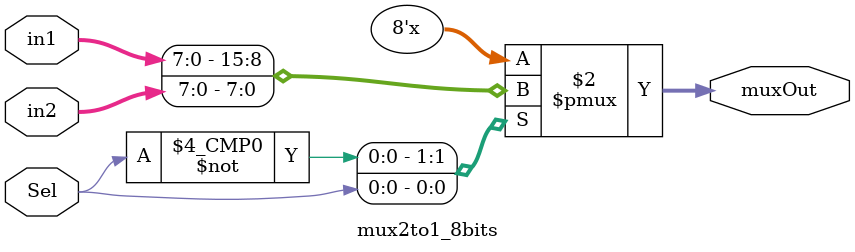
<source format=v>
`timescale 1ns / 1ps
module mux2to1_8bits(input [7:0] in1,input [7:0] in2,input Sel,output reg [7:0] muxOut);

always@(in1,in2,Sel)
case(Sel)
1'b0 : muxOut=in1;
1'b1 : muxOut=in2;
endcase
endmodule

</source>
